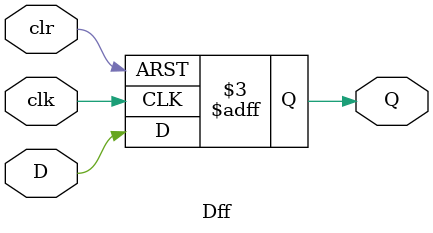
<source format=v>
module Dff (
    input clk,
    input clr,
    input D,
    output reg Q
);
    always@ (posedge clk,posedge clr)
        if(clr==1)
            Q<=0;
        else
            Q<=D;
endmodule
</source>
